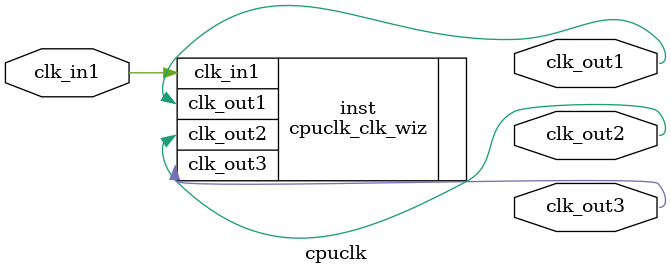
<source format=v>


`timescale 1ps/1ps

(* CORE_GENERATION_INFO = "cpuclk,clk_wiz_v5_4_3_0,{component_name=cpuclk,use_phase_alignment=true,use_min_o_jitter=false,use_max_i_jitter=false,use_dyn_phase_shift=false,use_inclk_switchover=false,use_dyn_reconfig=false,enable_axi=0,feedback_source=FDBK_AUTO,PRIMITIVE=PLL,num_out_clk=3,clkin1_period=10.000,clkin2_period=10.000,use_power_down=false,use_reset=false,use_locked=false,use_inclk_stopped=false,feedback_type=SINGLE,CLOCK_MGR_TYPE=NA,manual_override=false}" *)

module cpuclk 
 (
  // Clock out ports
  output        clk_out1,
  output        clk_out2,
  output        clk_out3,
 // Clock in ports
  input         clk_in1
 );

  cpuclk_clk_wiz inst
  (
  // Clock out ports  
  .clk_out1(clk_out1),
  .clk_out2(clk_out2),
  .clk_out3(clk_out3),
 // Clock in ports
  .clk_in1(clk_in1)
  );

endmodule

</source>
